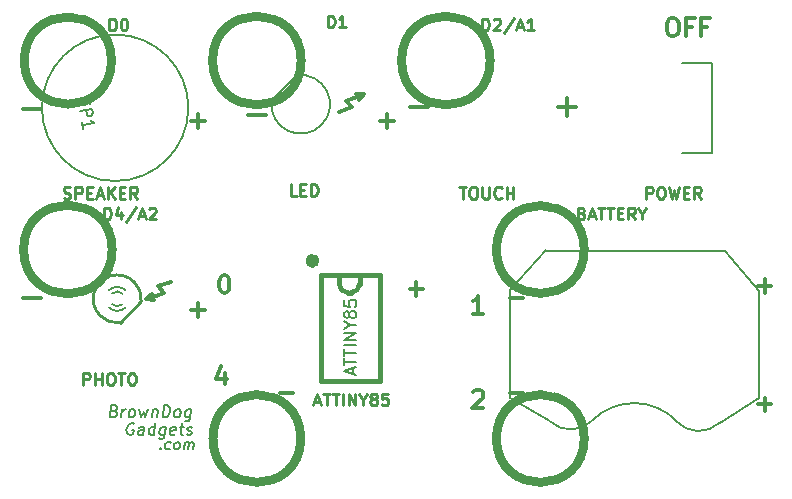
<source format=gto>
G04 #@! TF.FileFunction,Legend,Top*
%FSLAX46Y46*%
G04 Gerber Fmt 4.6, Leading zero omitted, Abs format (unit mm)*
G04 Created by KiCad (PCBNEW (2015-08-15 BZR 6092)-product) date 2/28/2016 12:14:40 PM*
%MOMM*%
G01*
G04 APERTURE LIST*
%ADD10C,0.100000*%
%ADD11C,0.150000*%
%ADD12C,0.250000*%
%ADD13C,0.800000*%
%ADD14C,0.300000*%
%ADD15C,0.200000*%
%ADD16C,0.600000*%
%ADD17C,0.254000*%
%ADD18C,0.152400*%
%ADD19C,0.400000*%
G04 APERTURE END LIST*
D10*
D11*
X120816964Y-56821429D02*
X120854464Y-56864286D01*
X120806250Y-56907143D01*
X120768750Y-56864286D01*
X120816964Y-56821429D01*
X120806250Y-56907143D01*
X121625892Y-56864286D02*
X121534821Y-56907143D01*
X121363392Y-56907143D01*
X121283035Y-56864286D01*
X121245535Y-56821429D01*
X121213393Y-56735714D01*
X121245536Y-56478571D01*
X121299107Y-56392857D01*
X121347321Y-56350000D01*
X121438392Y-56307143D01*
X121609821Y-56307143D01*
X121690178Y-56350000D01*
X122134821Y-56907143D02*
X122054464Y-56864286D01*
X122016964Y-56821429D01*
X121984822Y-56735714D01*
X122016965Y-56478571D01*
X122070536Y-56392857D01*
X122118750Y-56350000D01*
X122209821Y-56307143D01*
X122338393Y-56307143D01*
X122418750Y-56350000D01*
X122456250Y-56392857D01*
X122488393Y-56478571D01*
X122456250Y-56735714D01*
X122402678Y-56821429D01*
X122354464Y-56864286D01*
X122263393Y-56907143D01*
X122134821Y-56907143D01*
X122820536Y-56907143D02*
X122895536Y-56307143D01*
X122884822Y-56392857D02*
X122933036Y-56350000D01*
X123024107Y-56307143D01*
X123152679Y-56307143D01*
X123233036Y-56350000D01*
X123265179Y-56435714D01*
X123206250Y-56907143D01*
X123265179Y-56435714D02*
X123318750Y-56350000D01*
X123409821Y-56307143D01*
X123538393Y-56307143D01*
X123618750Y-56350000D01*
X123650893Y-56435714D01*
X123591964Y-56907143D01*
D12*
X112630952Y-35654762D02*
X112773809Y-35702381D01*
X113011905Y-35702381D01*
X113107143Y-35654762D01*
X113154762Y-35607143D01*
X113202381Y-35511905D01*
X113202381Y-35416667D01*
X113154762Y-35321429D01*
X113107143Y-35273810D01*
X113011905Y-35226190D01*
X112821428Y-35178571D01*
X112726190Y-35130952D01*
X112678571Y-35083333D01*
X112630952Y-34988095D01*
X112630952Y-34892857D01*
X112678571Y-34797619D01*
X112726190Y-34750000D01*
X112821428Y-34702381D01*
X113059524Y-34702381D01*
X113202381Y-34750000D01*
X113630952Y-35702381D02*
X113630952Y-34702381D01*
X114011905Y-34702381D01*
X114107143Y-34750000D01*
X114154762Y-34797619D01*
X114202381Y-34892857D01*
X114202381Y-35035714D01*
X114154762Y-35130952D01*
X114107143Y-35178571D01*
X114011905Y-35226190D01*
X113630952Y-35226190D01*
X114630952Y-35178571D02*
X114964286Y-35178571D01*
X115107143Y-35702381D02*
X114630952Y-35702381D01*
X114630952Y-34702381D01*
X115107143Y-34702381D01*
X115488095Y-35416667D02*
X115964286Y-35416667D01*
X115392857Y-35702381D02*
X115726190Y-34702381D01*
X116059524Y-35702381D01*
X116392857Y-35702381D02*
X116392857Y-34702381D01*
X116964286Y-35702381D02*
X116535714Y-35130952D01*
X116964286Y-34702381D02*
X116392857Y-35273810D01*
X117392857Y-35178571D02*
X117726191Y-35178571D01*
X117869048Y-35702381D02*
X117392857Y-35702381D01*
X117392857Y-34702381D01*
X117869048Y-34702381D01*
X118869048Y-35702381D02*
X118535714Y-35226190D01*
X118297619Y-35702381D02*
X118297619Y-34702381D01*
X118678572Y-34702381D01*
X118773810Y-34750000D01*
X118821429Y-34797619D01*
X118869048Y-34892857D01*
X118869048Y-35035714D01*
X118821429Y-35130952D01*
X118773810Y-35178571D01*
X118678572Y-35226190D01*
X118297619Y-35226190D01*
D13*
X132750000Y-24000000D02*
G75*
G03X132750000Y-24000000I-3750000J0D01*
G01*
D14*
X123428572Y-45107143D02*
X124571429Y-45107143D01*
X124000000Y-45678571D02*
X124000000Y-44535714D01*
X109238095Y-44142857D02*
X110761905Y-44142857D01*
X123428572Y-29107143D02*
X124571429Y-29107143D01*
X124000000Y-29678571D02*
X124000000Y-28535714D01*
X109238095Y-28142857D02*
X110761905Y-28142857D01*
D12*
X133857143Y-52916667D02*
X134333334Y-52916667D01*
X133761905Y-53202381D02*
X134095238Y-52202381D01*
X134428572Y-53202381D01*
X134619048Y-52202381D02*
X135190477Y-52202381D01*
X134904762Y-53202381D02*
X134904762Y-52202381D01*
X135380953Y-52202381D02*
X135952382Y-52202381D01*
X135666667Y-53202381D02*
X135666667Y-52202381D01*
X136285715Y-53202381D02*
X136285715Y-52202381D01*
X136761905Y-53202381D02*
X136761905Y-52202381D01*
X137333334Y-53202381D01*
X137333334Y-52202381D01*
X138000000Y-52726190D02*
X138000000Y-53202381D01*
X137666667Y-52202381D02*
X138000000Y-52726190D01*
X138333334Y-52202381D01*
X138809524Y-52630952D02*
X138714286Y-52583333D01*
X138666667Y-52535714D01*
X138619048Y-52440476D01*
X138619048Y-52392857D01*
X138666667Y-52297619D01*
X138714286Y-52250000D01*
X138809524Y-52202381D01*
X139000001Y-52202381D01*
X139095239Y-52250000D01*
X139142858Y-52297619D01*
X139190477Y-52392857D01*
X139190477Y-52440476D01*
X139142858Y-52535714D01*
X139095239Y-52583333D01*
X139000001Y-52630952D01*
X138809524Y-52630952D01*
X138714286Y-52678571D01*
X138666667Y-52726190D01*
X138619048Y-52821429D01*
X138619048Y-53011905D01*
X138666667Y-53107143D01*
X138714286Y-53154762D01*
X138809524Y-53202381D01*
X139000001Y-53202381D01*
X139095239Y-53154762D01*
X139142858Y-53107143D01*
X139190477Y-53011905D01*
X139190477Y-52821429D01*
X139142858Y-52726190D01*
X139095239Y-52678571D01*
X139000001Y-52630952D01*
X140095239Y-52202381D02*
X139619048Y-52202381D01*
X139571429Y-52678571D01*
X139619048Y-52630952D01*
X139714286Y-52583333D01*
X139952382Y-52583333D01*
X140047620Y-52630952D01*
X140095239Y-52678571D01*
X140142858Y-52773810D01*
X140142858Y-53011905D01*
X140095239Y-53107143D01*
X140047620Y-53154762D01*
X139952382Y-53202381D01*
X139714286Y-53202381D01*
X139619048Y-53154762D01*
X139571429Y-53107143D01*
X156500000Y-36928571D02*
X156642857Y-36976190D01*
X156690476Y-37023810D01*
X156738095Y-37119048D01*
X156738095Y-37261905D01*
X156690476Y-37357143D01*
X156642857Y-37404762D01*
X156547619Y-37452381D01*
X156166666Y-37452381D01*
X156166666Y-36452381D01*
X156500000Y-36452381D01*
X156595238Y-36500000D01*
X156642857Y-36547619D01*
X156690476Y-36642857D01*
X156690476Y-36738095D01*
X156642857Y-36833333D01*
X156595238Y-36880952D01*
X156500000Y-36928571D01*
X156166666Y-36928571D01*
X157119047Y-37166667D02*
X157595238Y-37166667D01*
X157023809Y-37452381D02*
X157357142Y-36452381D01*
X157690476Y-37452381D01*
X157880952Y-36452381D02*
X158452381Y-36452381D01*
X158166666Y-37452381D02*
X158166666Y-36452381D01*
X158642857Y-36452381D02*
X159214286Y-36452381D01*
X158928571Y-37452381D02*
X158928571Y-36452381D01*
X159547619Y-36928571D02*
X159880953Y-36928571D01*
X160023810Y-37452381D02*
X159547619Y-37452381D01*
X159547619Y-36452381D01*
X160023810Y-36452381D01*
X161023810Y-37452381D02*
X160690476Y-36976190D01*
X160452381Y-37452381D02*
X160452381Y-36452381D01*
X160833334Y-36452381D01*
X160928572Y-36500000D01*
X160976191Y-36547619D01*
X161023810Y-36642857D01*
X161023810Y-36785714D01*
X160976191Y-36880952D01*
X160928572Y-36928571D01*
X160833334Y-36976190D01*
X160452381Y-36976190D01*
X161642857Y-36976190D02*
X161642857Y-37452381D01*
X161309524Y-36452381D02*
X161642857Y-36976190D01*
X161976191Y-36452381D01*
X116083333Y-37452381D02*
X116083333Y-36452381D01*
X116321428Y-36452381D01*
X116464286Y-36500000D01*
X116559524Y-36595238D01*
X116607143Y-36690476D01*
X116654762Y-36880952D01*
X116654762Y-37023810D01*
X116607143Y-37214286D01*
X116559524Y-37309524D01*
X116464286Y-37404762D01*
X116321428Y-37452381D01*
X116083333Y-37452381D01*
X117511905Y-36785714D02*
X117511905Y-37452381D01*
X117273809Y-36404762D02*
X117035714Y-37119048D01*
X117654762Y-37119048D01*
X118750000Y-36404762D02*
X117892857Y-37690476D01*
X119035714Y-37166667D02*
X119511905Y-37166667D01*
X118940476Y-37452381D02*
X119273809Y-36452381D01*
X119607143Y-37452381D01*
X119892857Y-36547619D02*
X119940476Y-36500000D01*
X120035714Y-36452381D01*
X120273810Y-36452381D01*
X120369048Y-36500000D01*
X120416667Y-36547619D01*
X120464286Y-36642857D01*
X120464286Y-36738095D01*
X120416667Y-36880952D01*
X119845238Y-37452381D01*
X120464286Y-37452381D01*
X116511905Y-21452381D02*
X116511905Y-20452381D01*
X116750000Y-20452381D01*
X116892858Y-20500000D01*
X116988096Y-20595238D01*
X117035715Y-20690476D01*
X117083334Y-20880952D01*
X117083334Y-21023810D01*
X117035715Y-21214286D01*
X116988096Y-21309524D01*
X116892858Y-21404762D01*
X116750000Y-21452381D01*
X116511905Y-21452381D01*
X117702381Y-20452381D02*
X117797620Y-20452381D01*
X117892858Y-20500000D01*
X117940477Y-20547619D01*
X117988096Y-20642857D01*
X118035715Y-20833333D01*
X118035715Y-21071429D01*
X117988096Y-21261905D01*
X117940477Y-21357143D01*
X117892858Y-21404762D01*
X117797620Y-21452381D01*
X117702381Y-21452381D01*
X117607143Y-21404762D01*
X117559524Y-21357143D01*
X117511905Y-21261905D01*
X117464286Y-21071429D01*
X117464286Y-20833333D01*
X117511905Y-20642857D01*
X117559524Y-20547619D01*
X117607143Y-20500000D01*
X117702381Y-20452381D01*
D15*
X118598214Y-54750000D02*
X118508928Y-54702381D01*
X118366071Y-54702381D01*
X118217261Y-54750000D01*
X118110118Y-54845238D01*
X118050595Y-54940476D01*
X117979166Y-55130952D01*
X117961309Y-55273810D01*
X117985118Y-55464286D01*
X118020833Y-55559524D01*
X118104166Y-55654762D01*
X118241071Y-55702381D01*
X118336309Y-55702381D01*
X118485119Y-55654762D01*
X118538690Y-55607143D01*
X118580357Y-55273810D01*
X118389881Y-55273810D01*
X119383928Y-55702381D02*
X119449405Y-55178571D01*
X119413690Y-55083333D01*
X119324405Y-55035714D01*
X119133928Y-55035714D01*
X119032737Y-55083333D01*
X119389881Y-55654762D02*
X119288690Y-55702381D01*
X119050594Y-55702381D01*
X118961309Y-55654762D01*
X118925595Y-55559524D01*
X118937499Y-55464286D01*
X118997023Y-55369048D01*
X119098213Y-55321429D01*
X119336309Y-55321429D01*
X119437500Y-55273810D01*
X120288690Y-55702381D02*
X120413690Y-54702381D01*
X120294643Y-55654762D02*
X120193452Y-55702381D01*
X120002975Y-55702381D01*
X119913690Y-55654762D01*
X119872023Y-55607143D01*
X119836309Y-55511905D01*
X119872023Y-55226190D01*
X119931547Y-55130952D01*
X119985118Y-55083333D01*
X120086309Y-55035714D01*
X120276786Y-55035714D01*
X120366071Y-55083333D01*
X121276786Y-55035714D02*
X121175595Y-55845238D01*
X121116071Y-55940476D01*
X121062500Y-55988095D01*
X120961309Y-56035714D01*
X120818452Y-56035714D01*
X120729166Y-55988095D01*
X121199405Y-55654762D02*
X121098214Y-55702381D01*
X120907737Y-55702381D01*
X120818452Y-55654762D01*
X120776785Y-55607143D01*
X120741071Y-55511905D01*
X120776785Y-55226190D01*
X120836309Y-55130952D01*
X120889880Y-55083333D01*
X120991071Y-55035714D01*
X121181548Y-55035714D01*
X121270833Y-55083333D01*
X122056548Y-55654762D02*
X121955357Y-55702381D01*
X121764880Y-55702381D01*
X121675595Y-55654762D01*
X121639881Y-55559524D01*
X121687500Y-55178571D01*
X121747023Y-55083333D01*
X121848214Y-55035714D01*
X122038691Y-55035714D01*
X122127976Y-55083333D01*
X122163691Y-55178571D01*
X122151786Y-55273810D01*
X121663690Y-55369048D01*
X122467262Y-55035714D02*
X122848214Y-55035714D01*
X122651785Y-54702381D02*
X122544643Y-55559524D01*
X122580357Y-55654762D01*
X122669642Y-55702381D01*
X122764880Y-55702381D01*
X123056548Y-55654762D02*
X123145833Y-55702381D01*
X123336309Y-55702381D01*
X123437501Y-55654762D01*
X123497025Y-55559524D01*
X123502977Y-55511905D01*
X123467263Y-55416667D01*
X123377976Y-55369048D01*
X123235119Y-55369048D01*
X123145833Y-55321429D01*
X123110119Y-55226190D01*
X123116072Y-55178571D01*
X123175595Y-55083333D01*
X123276786Y-55035714D01*
X123419643Y-55035714D01*
X123508929Y-55083333D01*
X116937501Y-53678571D02*
X117074405Y-53726190D01*
X117116072Y-53773810D01*
X117151786Y-53869048D01*
X117133929Y-54011905D01*
X117074405Y-54107143D01*
X117020834Y-54154762D01*
X116919643Y-54202381D01*
X116538690Y-54202381D01*
X116663690Y-53202381D01*
X116997024Y-53202381D01*
X117086310Y-53250000D01*
X117127977Y-53297619D01*
X117163691Y-53392857D01*
X117151786Y-53488095D01*
X117092262Y-53583333D01*
X117038691Y-53630952D01*
X116937501Y-53678571D01*
X116604167Y-53678571D01*
X117538690Y-54202381D02*
X117622024Y-53535714D01*
X117598214Y-53726190D02*
X117657738Y-53630952D01*
X117711309Y-53583333D01*
X117812500Y-53535714D01*
X117907739Y-53535714D01*
X118300595Y-54202381D02*
X118211310Y-54154762D01*
X118169643Y-54107143D01*
X118133929Y-54011905D01*
X118169643Y-53726190D01*
X118229167Y-53630952D01*
X118282738Y-53583333D01*
X118383929Y-53535714D01*
X118526787Y-53535714D01*
X118616072Y-53583333D01*
X118657739Y-53630952D01*
X118693453Y-53726190D01*
X118657739Y-54011905D01*
X118598215Y-54107143D01*
X118544644Y-54154762D01*
X118443453Y-54202381D01*
X118300595Y-54202381D01*
X119050596Y-53535714D02*
X119157738Y-54202381D01*
X119407739Y-53726190D01*
X119538691Y-54202381D01*
X119812501Y-53535714D01*
X120193453Y-53535714D02*
X120110119Y-54202381D01*
X120181548Y-53630952D02*
X120235119Y-53583333D01*
X120336310Y-53535714D01*
X120479168Y-53535714D01*
X120568453Y-53583333D01*
X120604168Y-53678571D01*
X120538691Y-54202381D01*
X121014881Y-54202381D02*
X121139881Y-53202381D01*
X121377976Y-53202381D01*
X121514882Y-53250000D01*
X121598215Y-53345238D01*
X121633930Y-53440476D01*
X121657739Y-53630952D01*
X121639882Y-53773810D01*
X121568453Y-53964286D01*
X121508930Y-54059524D01*
X121401787Y-54154762D01*
X121252976Y-54202381D01*
X121014881Y-54202381D01*
X122157738Y-54202381D02*
X122068453Y-54154762D01*
X122026786Y-54107143D01*
X121991072Y-54011905D01*
X122026786Y-53726190D01*
X122086310Y-53630952D01*
X122139881Y-53583333D01*
X122241072Y-53535714D01*
X122383930Y-53535714D01*
X122473215Y-53583333D01*
X122514882Y-53630952D01*
X122550596Y-53726190D01*
X122514882Y-54011905D01*
X122455358Y-54107143D01*
X122401787Y-54154762D01*
X122300596Y-54202381D01*
X122157738Y-54202381D01*
X123431549Y-53535714D02*
X123330358Y-54345238D01*
X123270834Y-54440476D01*
X123217263Y-54488095D01*
X123116072Y-54535714D01*
X122973215Y-54535714D01*
X122883929Y-54488095D01*
X123354168Y-54154762D02*
X123252977Y-54202381D01*
X123062500Y-54202381D01*
X122973215Y-54154762D01*
X122931548Y-54107143D01*
X122895834Y-54011905D01*
X122931548Y-53726190D01*
X122991072Y-53630952D01*
X123044643Y-53583333D01*
X123145834Y-53535714D01*
X123336311Y-53535714D01*
X123425596Y-53583333D01*
D14*
X147321429Y-52071429D02*
X147392858Y-52000000D01*
X147535715Y-51928571D01*
X147892858Y-51928571D01*
X148035715Y-52000000D01*
X148107144Y-52071429D01*
X148178572Y-52214286D01*
X148178572Y-52357143D01*
X148107144Y-52571429D01*
X147250001Y-53428571D01*
X148178572Y-53428571D01*
X164071429Y-20428571D02*
X164357143Y-20428571D01*
X164500001Y-20500000D01*
X164642858Y-20642857D01*
X164714286Y-20928571D01*
X164714286Y-21428571D01*
X164642858Y-21714286D01*
X164500001Y-21857143D01*
X164357143Y-21928571D01*
X164071429Y-21928571D01*
X163928572Y-21857143D01*
X163785715Y-21714286D01*
X163714286Y-21428571D01*
X163714286Y-20928571D01*
X163785715Y-20642857D01*
X163928572Y-20500000D01*
X164071429Y-20428571D01*
X165857144Y-21142857D02*
X165357144Y-21142857D01*
X165357144Y-21928571D02*
X165357144Y-20428571D01*
X166071430Y-20428571D01*
X167142858Y-21142857D02*
X166642858Y-21142857D01*
X166642858Y-21928571D02*
X166642858Y-20428571D01*
X167357144Y-20428571D01*
D12*
X161940476Y-35702381D02*
X161940476Y-34702381D01*
X162321429Y-34702381D01*
X162416667Y-34750000D01*
X162464286Y-34797619D01*
X162511905Y-34892857D01*
X162511905Y-35035714D01*
X162464286Y-35130952D01*
X162416667Y-35178571D01*
X162321429Y-35226190D01*
X161940476Y-35226190D01*
X163130952Y-34702381D02*
X163321429Y-34702381D01*
X163416667Y-34750000D01*
X163511905Y-34845238D01*
X163559524Y-35035714D01*
X163559524Y-35369048D01*
X163511905Y-35559524D01*
X163416667Y-35654762D01*
X163321429Y-35702381D01*
X163130952Y-35702381D01*
X163035714Y-35654762D01*
X162940476Y-35559524D01*
X162892857Y-35369048D01*
X162892857Y-35035714D01*
X162940476Y-34845238D01*
X163035714Y-34750000D01*
X163130952Y-34702381D01*
X163892857Y-34702381D02*
X164130952Y-35702381D01*
X164321429Y-34988095D01*
X164511905Y-35702381D01*
X164750000Y-34702381D01*
X165130952Y-35178571D02*
X165464286Y-35178571D01*
X165607143Y-35702381D02*
X165130952Y-35702381D01*
X165130952Y-34702381D01*
X165607143Y-34702381D01*
X166607143Y-35702381D02*
X166273809Y-35226190D01*
X166035714Y-35702381D02*
X166035714Y-34702381D01*
X166416667Y-34702381D01*
X166511905Y-34750000D01*
X166559524Y-34797619D01*
X166607143Y-34892857D01*
X166607143Y-35035714D01*
X166559524Y-35130952D01*
X166511905Y-35178571D01*
X166416667Y-35226190D01*
X166035714Y-35226190D01*
X114285714Y-51452381D02*
X114285714Y-50452381D01*
X114666667Y-50452381D01*
X114761905Y-50500000D01*
X114809524Y-50547619D01*
X114857143Y-50642857D01*
X114857143Y-50785714D01*
X114809524Y-50880952D01*
X114761905Y-50928571D01*
X114666667Y-50976190D01*
X114285714Y-50976190D01*
X115285714Y-51452381D02*
X115285714Y-50452381D01*
X115285714Y-50928571D02*
X115857143Y-50928571D01*
X115857143Y-51452381D02*
X115857143Y-50452381D01*
X116523809Y-50452381D02*
X116714286Y-50452381D01*
X116809524Y-50500000D01*
X116904762Y-50595238D01*
X116952381Y-50785714D01*
X116952381Y-51119048D01*
X116904762Y-51309524D01*
X116809524Y-51404762D01*
X116714286Y-51452381D01*
X116523809Y-51452381D01*
X116428571Y-51404762D01*
X116333333Y-51309524D01*
X116285714Y-51119048D01*
X116285714Y-50785714D01*
X116333333Y-50595238D01*
X116428571Y-50500000D01*
X116523809Y-50452381D01*
X117238095Y-50452381D02*
X117809524Y-50452381D01*
X117523809Y-51452381D02*
X117523809Y-50452381D01*
X118333333Y-50452381D02*
X118523810Y-50452381D01*
X118619048Y-50500000D01*
X118714286Y-50595238D01*
X118761905Y-50785714D01*
X118761905Y-51119048D01*
X118714286Y-51309524D01*
X118619048Y-51404762D01*
X118523810Y-51452381D01*
X118333333Y-51452381D01*
X118238095Y-51404762D01*
X118142857Y-51309524D01*
X118095238Y-51119048D01*
X118095238Y-50785714D01*
X118142857Y-50595238D01*
X118238095Y-50500000D01*
X118333333Y-50452381D01*
D13*
X148750000Y-24000000D02*
G75*
G03X148750000Y-24000000I-3750000J0D01*
G01*
X156716517Y-56000000D02*
G75*
G03X156716517Y-56000000I-3716517J0D01*
G01*
X132716517Y-56000000D02*
G75*
G03X132716517Y-56000000I-3716517J0D01*
G01*
X116750000Y-40000000D02*
G75*
G03X116750000Y-40000000I-3750000J0D01*
G01*
X116691206Y-24000000D02*
G75*
G03X116691206Y-24000000I-3691206J0D01*
G01*
X156716517Y-40000000D02*
G75*
G03X156716517Y-40000000I-3716517J0D01*
G01*
D14*
X139428572Y-29107143D02*
X140571429Y-29107143D01*
X140000000Y-29678571D02*
X140000000Y-28535714D01*
X141988095Y-27892857D02*
X143511905Y-27892857D01*
X128238095Y-28642857D02*
X129761905Y-28642857D01*
X154488095Y-27892857D02*
X156011905Y-27892857D01*
X155250000Y-28654762D02*
X155250000Y-27130952D01*
X150428572Y-44107143D02*
X151571429Y-44107143D01*
X150428572Y-52107143D02*
X151571429Y-52107143D01*
X171428572Y-43107143D02*
X172571429Y-43107143D01*
X172000000Y-43678571D02*
X172000000Y-42535714D01*
X171428572Y-53107143D02*
X172571429Y-53107143D01*
X172000000Y-53678571D02*
X172000000Y-52535714D01*
D12*
X135011905Y-21202381D02*
X135011905Y-20202381D01*
X135250000Y-20202381D01*
X135392858Y-20250000D01*
X135488096Y-20345238D01*
X135535715Y-20440476D01*
X135583334Y-20630952D01*
X135583334Y-20773810D01*
X135535715Y-20964286D01*
X135488096Y-21059524D01*
X135392858Y-21154762D01*
X135250000Y-21202381D01*
X135011905Y-21202381D01*
X136535715Y-21202381D02*
X135964286Y-21202381D01*
X136250000Y-21202381D02*
X136250000Y-20202381D01*
X136154762Y-20345238D01*
X136059524Y-20440476D01*
X135964286Y-20488095D01*
X148083333Y-21452381D02*
X148083333Y-20452381D01*
X148321428Y-20452381D01*
X148464286Y-20500000D01*
X148559524Y-20595238D01*
X148607143Y-20690476D01*
X148654762Y-20880952D01*
X148654762Y-21023810D01*
X148607143Y-21214286D01*
X148559524Y-21309524D01*
X148464286Y-21404762D01*
X148321428Y-21452381D01*
X148083333Y-21452381D01*
X149035714Y-20547619D02*
X149083333Y-20500000D01*
X149178571Y-20452381D01*
X149416667Y-20452381D01*
X149511905Y-20500000D01*
X149559524Y-20547619D01*
X149607143Y-20642857D01*
X149607143Y-20738095D01*
X149559524Y-20880952D01*
X148988095Y-21452381D01*
X149607143Y-21452381D01*
X150750000Y-20404762D02*
X149892857Y-21690476D01*
X151035714Y-21166667D02*
X151511905Y-21166667D01*
X150940476Y-21452381D02*
X151273809Y-20452381D01*
X151607143Y-21452381D01*
X152464286Y-21452381D02*
X151892857Y-21452381D01*
X152178571Y-21452381D02*
X152178571Y-20452381D01*
X152083333Y-20595238D01*
X151988095Y-20690476D01*
X151892857Y-20738095D01*
X132357143Y-35452381D02*
X131880952Y-35452381D01*
X131880952Y-34452381D01*
X132690476Y-34928571D02*
X133023810Y-34928571D01*
X133166667Y-35452381D02*
X132690476Y-35452381D01*
X132690476Y-34452381D01*
X133166667Y-34452381D01*
X133595238Y-35452381D02*
X133595238Y-34452381D01*
X133833333Y-34452381D01*
X133976191Y-34500000D01*
X134071429Y-34595238D01*
X134119048Y-34690476D01*
X134166667Y-34880952D01*
X134166667Y-35023810D01*
X134119048Y-35214286D01*
X134071429Y-35309524D01*
X133976191Y-35404762D01*
X133833333Y-35452381D01*
X133595238Y-35452381D01*
X146142857Y-34702381D02*
X146714286Y-34702381D01*
X146428571Y-35702381D02*
X146428571Y-34702381D01*
X147238095Y-34702381D02*
X147428572Y-34702381D01*
X147523810Y-34750000D01*
X147619048Y-34845238D01*
X147666667Y-35035714D01*
X147666667Y-35369048D01*
X147619048Y-35559524D01*
X147523810Y-35654762D01*
X147428572Y-35702381D01*
X147238095Y-35702381D01*
X147142857Y-35654762D01*
X147047619Y-35559524D01*
X147000000Y-35369048D01*
X147000000Y-35035714D01*
X147047619Y-34845238D01*
X147142857Y-34750000D01*
X147238095Y-34702381D01*
X148095238Y-34702381D02*
X148095238Y-35511905D01*
X148142857Y-35607143D01*
X148190476Y-35654762D01*
X148285714Y-35702381D01*
X148476191Y-35702381D01*
X148571429Y-35654762D01*
X148619048Y-35607143D01*
X148666667Y-35511905D01*
X148666667Y-34702381D01*
X149714286Y-35607143D02*
X149666667Y-35654762D01*
X149523810Y-35702381D01*
X149428572Y-35702381D01*
X149285714Y-35654762D01*
X149190476Y-35559524D01*
X149142857Y-35464286D01*
X149095238Y-35273810D01*
X149095238Y-35130952D01*
X149142857Y-34940476D01*
X149190476Y-34845238D01*
X149285714Y-34750000D01*
X149428572Y-34702381D01*
X149523810Y-34702381D01*
X149666667Y-34750000D01*
X149714286Y-34797619D01*
X150142857Y-35702381D02*
X150142857Y-34702381D01*
X150142857Y-35178571D02*
X150714286Y-35178571D01*
X150714286Y-35702381D02*
X150714286Y-34702381D01*
D14*
X126178572Y-42178571D02*
X126321429Y-42178571D01*
X126464286Y-42250000D01*
X126535715Y-42321429D01*
X126607144Y-42464286D01*
X126678572Y-42750000D01*
X126678572Y-43107143D01*
X126607144Y-43392857D01*
X126535715Y-43535714D01*
X126464286Y-43607143D01*
X126321429Y-43678571D01*
X126178572Y-43678571D01*
X126035715Y-43607143D01*
X125964286Y-43535714D01*
X125892858Y-43392857D01*
X125821429Y-43107143D01*
X125821429Y-42750000D01*
X125892858Y-42464286D01*
X125964286Y-42321429D01*
X126035715Y-42250000D01*
X126178572Y-42178571D01*
X130928572Y-52107143D02*
X132071429Y-52107143D01*
X148178572Y-45428571D02*
X147321429Y-45428571D01*
X147750001Y-45428571D02*
X147750001Y-43928571D01*
X147607144Y-44142857D01*
X147464286Y-44285714D01*
X147321429Y-44357143D01*
X126285715Y-50428571D02*
X126285715Y-51428571D01*
X125928572Y-49857143D02*
X125571429Y-50928571D01*
X126500001Y-50928571D01*
X141928572Y-43357143D02*
X143071429Y-43357143D01*
X142500000Y-43928571D02*
X142500000Y-42785714D01*
D16*
X134014000Y-40955000D02*
G75*
G03X134014000Y-40955000I-300000J0D01*
G01*
D14*
X137889111Y-26937552D02*
X136573541Y-27416380D01*
X136573541Y-27416380D02*
X137094863Y-27971559D01*
X137094863Y-27971559D02*
X135967232Y-28381983D01*
X138077049Y-26869148D02*
X137410628Y-26792452D01*
X137615840Y-27356268D02*
X138077049Y-26869148D01*
D17*
X117395131Y-46191182D02*
X119191182Y-44395131D01*
D18*
X117628618Y-43730592D02*
G75*
G03X116730592Y-43730592I-449013J-449013D01*
G01*
X117898025Y-43461185D02*
G75*
G03X116461185Y-43461185I-718420J-718420D01*
G01*
X116730592Y-44628618D02*
G75*
G03X117628618Y-44628618I449013J449013D01*
G01*
X116461184Y-44898026D02*
G75*
G03X117898026Y-44898026I718421J718421D01*
G01*
D17*
X119203560Y-44360238D02*
G75*
G03X118616446Y-42742764I-2023955J180633D01*
G01*
X118613960Y-42743871D02*
G75*
G03X116588704Y-42238074I-1434355J-1435734D01*
G01*
X115746416Y-45616404D02*
G75*
G03X117348434Y-46201959I1433189J1436799D01*
G01*
X115218691Y-43646837D02*
G75*
G03X115742764Y-45616446I1960914J-532768D01*
G01*
X116595688Y-42233310D02*
G75*
G03X115742764Y-42742764I583917J-1946295D01*
G01*
X115743455Y-42743596D02*
G75*
G03X115203949Y-43709040I1436150J-1436009D01*
G01*
D11*
X130237359Y-27441131D02*
G75*
G03X132367696Y-25246375I2469748J-265976D01*
G01*
X130246375Y-27367696D02*
X132367696Y-25246375D01*
D19*
X136700000Y-43650000D02*
X136950000Y-43650000D01*
X135950000Y-42900000D02*
X135950000Y-42150000D01*
X137700000Y-42900000D02*
X137700000Y-42150000D01*
X136950000Y-43650000D02*
G75*
G03X137700000Y-42900000I0J750000D01*
G01*
X135950000Y-42900000D02*
G75*
G03X136700000Y-43650000I750000J0D01*
G01*
X134450000Y-42150000D02*
X134450000Y-51150000D01*
X134450000Y-51150000D02*
X139450000Y-51150000D01*
X139450000Y-51150000D02*
X139450000Y-42150000D01*
X139450000Y-42150000D02*
X134450000Y-42150000D01*
D11*
X153824500Y-54540500D02*
X150459000Y-52572000D01*
X168175500Y-54667500D02*
X171541000Y-52572000D01*
X153799100Y-54540500D02*
G75*
G03X157482100Y-54413500I1778000J1905000D01*
G01*
X164505200Y-54540500D02*
G75*
G03X168188200Y-54667500I1905000J1778000D01*
G01*
X164556000Y-54540500D02*
G75*
G03X157444000Y-54413500I-3619500J-3492500D01*
G01*
X168620000Y-40126000D02*
X171541000Y-43491500D01*
X150459000Y-43428000D02*
X153443500Y-40062500D01*
X153380000Y-40126000D02*
X168620000Y-40126000D01*
X150459000Y-52572000D02*
X150459000Y-43428000D01*
X171541000Y-52572000D02*
X171541000Y-43428000D01*
X165000000Y-24190000D02*
X167540000Y-24190000D01*
X167540000Y-24190000D02*
X167540000Y-31810000D01*
X167540000Y-31810000D02*
X165000000Y-31810000D01*
X123200140Y-28000000D02*
G75*
G03X123200140Y-28000000I-6200140J0D01*
G01*
D14*
X119810889Y-44162448D02*
X121126459Y-43683620D01*
X121126459Y-43683620D02*
X120605137Y-43128441D01*
X120605137Y-43128441D02*
X121732768Y-42718017D01*
X119622951Y-44230852D02*
X120289372Y-44307548D01*
X120084160Y-43743732D02*
X119622951Y-44230852D01*
D11*
X137116667Y-50542857D02*
X137116667Y-50066666D01*
X137402381Y-50638095D02*
X136402381Y-50304762D01*
X137402381Y-49971428D01*
X136402381Y-49780952D02*
X136402381Y-49209523D01*
X137402381Y-49495238D02*
X136402381Y-49495238D01*
X136402381Y-49019047D02*
X136402381Y-48447618D01*
X137402381Y-48733333D02*
X136402381Y-48733333D01*
X137402381Y-48114285D02*
X136402381Y-48114285D01*
X137402381Y-47638095D02*
X136402381Y-47638095D01*
X137402381Y-47066666D01*
X136402381Y-47066666D01*
X136926190Y-46400000D02*
X137402381Y-46400000D01*
X136402381Y-46733333D02*
X136926190Y-46400000D01*
X136402381Y-46066666D01*
X136830952Y-45590476D02*
X136783333Y-45685714D01*
X136735714Y-45733333D01*
X136640476Y-45780952D01*
X136592857Y-45780952D01*
X136497619Y-45733333D01*
X136450000Y-45685714D01*
X136402381Y-45590476D01*
X136402381Y-45399999D01*
X136450000Y-45304761D01*
X136497619Y-45257142D01*
X136592857Y-45209523D01*
X136640476Y-45209523D01*
X136735714Y-45257142D01*
X136783333Y-45304761D01*
X136830952Y-45399999D01*
X136830952Y-45590476D01*
X136878571Y-45685714D01*
X136926190Y-45733333D01*
X137021429Y-45780952D01*
X137211905Y-45780952D01*
X137307143Y-45733333D01*
X137354762Y-45685714D01*
X137402381Y-45590476D01*
X137402381Y-45399999D01*
X137354762Y-45304761D01*
X137307143Y-45257142D01*
X137211905Y-45209523D01*
X137021429Y-45209523D01*
X136926190Y-45257142D01*
X136878571Y-45304761D01*
X136830952Y-45399999D01*
X136402381Y-44304761D02*
X136402381Y-44780952D01*
X136878571Y-44828571D01*
X136830952Y-44780952D01*
X136783333Y-44685714D01*
X136783333Y-44447618D01*
X136830952Y-44352380D01*
X136878571Y-44304761D01*
X136973810Y-44257142D01*
X137211905Y-44257142D01*
X137307143Y-44304761D01*
X137354762Y-44352380D01*
X137402381Y-44447618D01*
X137402381Y-44685714D01*
X137354762Y-44780952D01*
X137307143Y-44828571D01*
X113920241Y-27261672D02*
X113898152Y-27410628D01*
X113939497Y-27645107D01*
X114002930Y-27730629D01*
X114058095Y-27769256D01*
X114160155Y-27799613D01*
X114253946Y-27783075D01*
X114339468Y-27719642D01*
X114378095Y-27664477D01*
X114408454Y-27562417D01*
X114422273Y-27366565D01*
X114452631Y-27264505D01*
X114491257Y-27209340D01*
X114576780Y-27145907D01*
X114670571Y-27129369D01*
X114772631Y-27159727D01*
X114827795Y-27198353D01*
X114891229Y-27283875D01*
X114932574Y-27518354D01*
X114910485Y-27667310D01*
X114046993Y-28254749D02*
X115031801Y-28081101D01*
X115097953Y-28456266D01*
X115067595Y-28558326D01*
X115028969Y-28613491D01*
X114943446Y-28676924D01*
X114802760Y-28701731D01*
X114700700Y-28671374D01*
X114645535Y-28632747D01*
X114582102Y-28547225D01*
X114515950Y-28172059D01*
X114311600Y-29755409D02*
X114212373Y-29192661D01*
X114261986Y-29474035D02*
X115246794Y-29300386D01*
X115089569Y-29231402D01*
X114979240Y-29154149D01*
X114915807Y-29068627D01*
M02*

</source>
